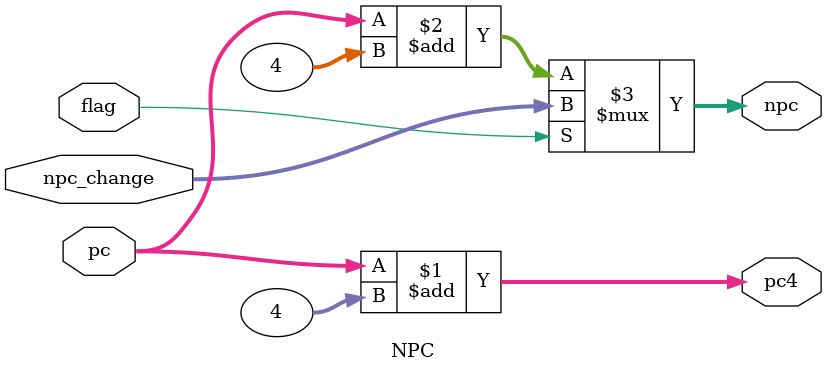
<source format=v>

module NPC(
    //input wire [1:0] npc_op,
    input wire        flag,
    input wire [31:0] pc,
    input wire [31:0] npc_change,
    //input wire [31:0] alu_c,
    //input wire [31:0] offset,
    //input wire br,
    
    output wire [31:0]pc4,
    output wire [31:0]npc
    );
    assign pc4 = pc + 4;
    
    assign npc = flag ? npc_change : pc + 4;
//   always @(*)begin
//       case(npc_op)
//           `NPC_PC4: npc = pc + 32'd4;                //pc+4
//           `NPC_JMP: npc = alu_c;                     //jal  alu_c »»³Épc+offest
//           `NPC_BEQ: npc = br ? (pc+offset) : (pc+4); //beq    pc + offset
//           `NPC_ALU: npc = alu_c;                     //jalr  ÕâÀïÐèÒªÓÃµ½r+offest
//           default: npc = pc + 4;
//       endcase
//   end
endmodule

</source>
